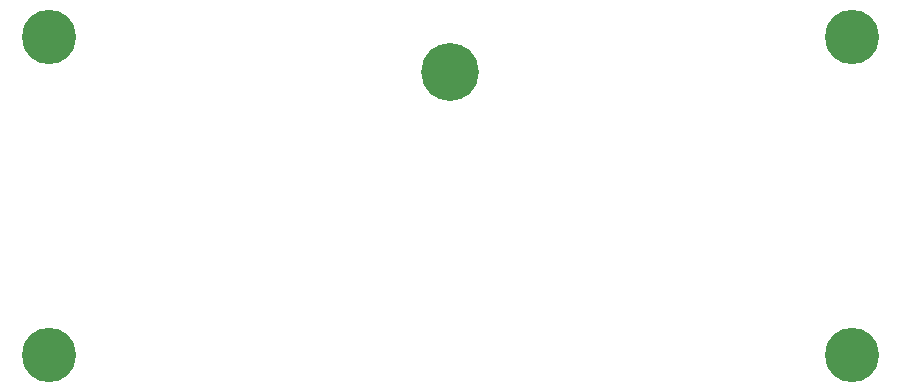
<source format=gts>
G04 DipTrace 4.3.0.4*
G04 GPSDO back v1.01.GTS*
%MOIN*%
G04 #@! TF.FileFunction,Soldermask,Top*
G04 #@! TF.Part,Single*
%ADD21C,0.192913*%
%ADD24C,0.181102*%
%FSLAX26Y26*%
G04*
G70*
G90*
G75*
G01*
G04 TopMask*
%LPD*%
D24*
X3228661Y1614488D3*
X551496D3*
Y551496D3*
X3228661D3*
D21*
X1890079Y1496378D3*
M02*

</source>
